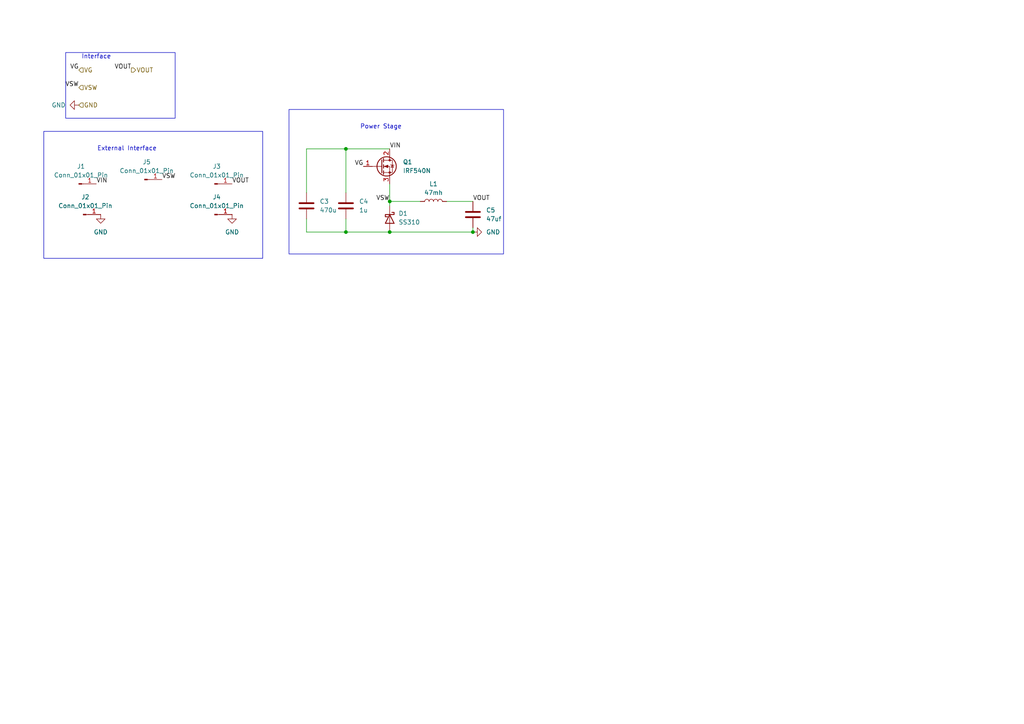
<source format=kicad_sch>
(kicad_sch
	(version 20250114)
	(generator "eeschema")
	(generator_version "9.0")
	(uuid "73b83623-4b36-429e-baf0-e4313a34d1f7")
	(paper "A4")
	(title_block
		(title "Lecture_Tutorial")
		(date "2025-02-20")
		(rev "R0")
		(company "AbdullahZafar")
	)
	(lib_symbols
		(symbol "Connector:Conn_01x01_Pin"
			(pin_names
				(offset 1.016)
				(hide yes)
			)
			(exclude_from_sim no)
			(in_bom yes)
			(on_board yes)
			(property "Reference" "J"
				(at 0 2.54 0)
				(effects
					(font
						(size 1.27 1.27)
					)
				)
			)
			(property "Value" "Conn_01x01_Pin"
				(at 0 -2.54 0)
				(effects
					(font
						(size 1.27 1.27)
					)
				)
			)
			(property "Footprint" ""
				(at 0 0 0)
				(effects
					(font
						(size 1.27 1.27)
					)
					(hide yes)
				)
			)
			(property "Datasheet" "~"
				(at 0 0 0)
				(effects
					(font
						(size 1.27 1.27)
					)
					(hide yes)
				)
			)
			(property "Description" "Generic connector, single row, 01x01, script generated"
				(at 0 0 0)
				(effects
					(font
						(size 1.27 1.27)
					)
					(hide yes)
				)
			)
			(property "ki_locked" ""
				(at 0 0 0)
				(effects
					(font
						(size 1.27 1.27)
					)
				)
			)
			(property "ki_keywords" "connector"
				(at 0 0 0)
				(effects
					(font
						(size 1.27 1.27)
					)
					(hide yes)
				)
			)
			(property "ki_fp_filters" "Connector*:*_1x??_*"
				(at 0 0 0)
				(effects
					(font
						(size 1.27 1.27)
					)
					(hide yes)
				)
			)
			(symbol "Conn_01x01_Pin_1_1"
				(rectangle
					(start 0.8636 0.127)
					(end 0 -0.127)
					(stroke
						(width 0.1524)
						(type default)
					)
					(fill
						(type outline)
					)
				)
				(polyline
					(pts
						(xy 1.27 0) (xy 0.8636 0)
					)
					(stroke
						(width 0.1524)
						(type default)
					)
					(fill
						(type none)
					)
				)
				(pin passive line
					(at 5.08 0 180)
					(length 3.81)
					(name "Pin_1"
						(effects
							(font
								(size 1.27 1.27)
							)
						)
					)
					(number "1"
						(effects
							(font
								(size 1.27 1.27)
							)
						)
					)
				)
			)
			(embedded_fonts no)
		)
		(symbol "Device:C"
			(pin_numbers
				(hide yes)
			)
			(pin_names
				(offset 0.254)
			)
			(exclude_from_sim no)
			(in_bom yes)
			(on_board yes)
			(property "Reference" "C"
				(at 0.635 2.54 0)
				(effects
					(font
						(size 1.27 1.27)
					)
					(justify left)
				)
			)
			(property "Value" "C"
				(at 0.635 -2.54 0)
				(effects
					(font
						(size 1.27 1.27)
					)
					(justify left)
				)
			)
			(property "Footprint" ""
				(at 0.9652 -3.81 0)
				(effects
					(font
						(size 1.27 1.27)
					)
					(hide yes)
				)
			)
			(property "Datasheet" "~"
				(at 0 0 0)
				(effects
					(font
						(size 1.27 1.27)
					)
					(hide yes)
				)
			)
			(property "Description" "Unpolarized capacitor"
				(at 0 0 0)
				(effects
					(font
						(size 1.27 1.27)
					)
					(hide yes)
				)
			)
			(property "ki_keywords" "cap capacitor"
				(at 0 0 0)
				(effects
					(font
						(size 1.27 1.27)
					)
					(hide yes)
				)
			)
			(property "ki_fp_filters" "C_*"
				(at 0 0 0)
				(effects
					(font
						(size 1.27 1.27)
					)
					(hide yes)
				)
			)
			(symbol "C_0_1"
				(polyline
					(pts
						(xy -2.032 0.762) (xy 2.032 0.762)
					)
					(stroke
						(width 0.508)
						(type default)
					)
					(fill
						(type none)
					)
				)
				(polyline
					(pts
						(xy -2.032 -0.762) (xy 2.032 -0.762)
					)
					(stroke
						(width 0.508)
						(type default)
					)
					(fill
						(type none)
					)
				)
			)
			(symbol "C_1_1"
				(pin passive line
					(at 0 3.81 270)
					(length 2.794)
					(name "~"
						(effects
							(font
								(size 1.27 1.27)
							)
						)
					)
					(number "1"
						(effects
							(font
								(size 1.27 1.27)
							)
						)
					)
				)
				(pin passive line
					(at 0 -3.81 90)
					(length 2.794)
					(name "~"
						(effects
							(font
								(size 1.27 1.27)
							)
						)
					)
					(number "2"
						(effects
							(font
								(size 1.27 1.27)
							)
						)
					)
				)
			)
			(embedded_fonts no)
		)
		(symbol "Device:L"
			(pin_numbers
				(hide yes)
			)
			(pin_names
				(offset 1.016)
				(hide yes)
			)
			(exclude_from_sim no)
			(in_bom yes)
			(on_board yes)
			(property "Reference" "L"
				(at -1.27 0 90)
				(effects
					(font
						(size 1.27 1.27)
					)
				)
			)
			(property "Value" "L"
				(at 1.905 0 90)
				(effects
					(font
						(size 1.27 1.27)
					)
				)
			)
			(property "Footprint" ""
				(at 0 0 0)
				(effects
					(font
						(size 1.27 1.27)
					)
					(hide yes)
				)
			)
			(property "Datasheet" "~"
				(at 0 0 0)
				(effects
					(font
						(size 1.27 1.27)
					)
					(hide yes)
				)
			)
			(property "Description" "Inductor"
				(at 0 0 0)
				(effects
					(font
						(size 1.27 1.27)
					)
					(hide yes)
				)
			)
			(property "ki_keywords" "inductor choke coil reactor magnetic"
				(at 0 0 0)
				(effects
					(font
						(size 1.27 1.27)
					)
					(hide yes)
				)
			)
			(property "ki_fp_filters" "Choke_* *Coil* Inductor_* L_*"
				(at 0 0 0)
				(effects
					(font
						(size 1.27 1.27)
					)
					(hide yes)
				)
			)
			(symbol "L_0_1"
				(arc
					(start 0 2.54)
					(mid 0.6323 1.905)
					(end 0 1.27)
					(stroke
						(width 0)
						(type default)
					)
					(fill
						(type none)
					)
				)
				(arc
					(start 0 1.27)
					(mid 0.6323 0.635)
					(end 0 0)
					(stroke
						(width 0)
						(type default)
					)
					(fill
						(type none)
					)
				)
				(arc
					(start 0 0)
					(mid 0.6323 -0.635)
					(end 0 -1.27)
					(stroke
						(width 0)
						(type default)
					)
					(fill
						(type none)
					)
				)
				(arc
					(start 0 -1.27)
					(mid 0.6323 -1.905)
					(end 0 -2.54)
					(stroke
						(width 0)
						(type default)
					)
					(fill
						(type none)
					)
				)
			)
			(symbol "L_1_1"
				(pin passive line
					(at 0 3.81 270)
					(length 1.27)
					(name "1"
						(effects
							(font
								(size 1.27 1.27)
							)
						)
					)
					(number "1"
						(effects
							(font
								(size 1.27 1.27)
							)
						)
					)
				)
				(pin passive line
					(at 0 -3.81 90)
					(length 1.27)
					(name "2"
						(effects
							(font
								(size 1.27 1.27)
							)
						)
					)
					(number "2"
						(effects
							(font
								(size 1.27 1.27)
							)
						)
					)
				)
			)
			(embedded_fonts no)
		)
		(symbol "Diode:SS310"
			(pin_numbers
				(hide yes)
			)
			(pin_names
				(offset 1.016)
				(hide yes)
			)
			(exclude_from_sim no)
			(in_bom yes)
			(on_board yes)
			(property "Reference" "D"
				(at 0 2.54 0)
				(effects
					(font
						(size 1.27 1.27)
					)
				)
			)
			(property "Value" "SS310"
				(at 0 -2.54 0)
				(effects
					(font
						(size 1.27 1.27)
					)
				)
			)
			(property "Footprint" "Diode_SMD:D_SMA"
				(at 0 -4.445 0)
				(effects
					(font
						(size 1.27 1.27)
					)
					(hide yes)
				)
			)
			(property "Datasheet" "https://www.microdiode.com/uploadfiles//PDF/SS32-THRU-SS3200-SMA.pdf"
				(at 0 0 0)
				(effects
					(font
						(size 1.27 1.27)
					)
					(hide yes)
				)
			)
			(property "Description" "100V 3A Schottky Diode, SMA"
				(at 0 0 0)
				(effects
					(font
						(size 1.27 1.27)
					)
					(hide yes)
				)
			)
			(property "ki_keywords" "diode Schottky"
				(at 0 0 0)
				(effects
					(font
						(size 1.27 1.27)
					)
					(hide yes)
				)
			)
			(property "ki_fp_filters" "D*SMA*"
				(at 0 0 0)
				(effects
					(font
						(size 1.27 1.27)
					)
					(hide yes)
				)
			)
			(symbol "SS310_0_1"
				(polyline
					(pts
						(xy -1.905 0.635) (xy -1.905 1.27) (xy -1.27 1.27) (xy -1.27 -1.27) (xy -0.635 -1.27) (xy -0.635 -0.635)
					)
					(stroke
						(width 0.254)
						(type default)
					)
					(fill
						(type none)
					)
				)
				(polyline
					(pts
						(xy 1.27 1.27) (xy 1.27 -1.27) (xy -1.27 0) (xy 1.27 1.27)
					)
					(stroke
						(width 0.254)
						(type default)
					)
					(fill
						(type none)
					)
				)
				(polyline
					(pts
						(xy 1.27 0) (xy -1.27 0)
					)
					(stroke
						(width 0)
						(type default)
					)
					(fill
						(type none)
					)
				)
			)
			(symbol "SS310_1_1"
				(pin passive line
					(at -3.81 0 0)
					(length 2.54)
					(name "K"
						(effects
							(font
								(size 1.27 1.27)
							)
						)
					)
					(number "1"
						(effects
							(font
								(size 1.27 1.27)
							)
						)
					)
				)
				(pin passive line
					(at 3.81 0 180)
					(length 2.54)
					(name "A"
						(effects
							(font
								(size 1.27 1.27)
							)
						)
					)
					(number "2"
						(effects
							(font
								(size 1.27 1.27)
							)
						)
					)
				)
			)
			(embedded_fonts no)
		)
		(symbol "Transistor_FET:IRF540N"
			(pin_names
				(hide yes)
			)
			(exclude_from_sim no)
			(in_bom yes)
			(on_board yes)
			(property "Reference" "Q"
				(at 5.08 1.905 0)
				(effects
					(font
						(size 1.27 1.27)
					)
					(justify left)
				)
			)
			(property "Value" "IRF540N"
				(at 5.08 0 0)
				(effects
					(font
						(size 1.27 1.27)
					)
					(justify left)
				)
			)
			(property "Footprint" "Package_TO_SOT_THT:TO-220-3_Vertical"
				(at 5.08 -1.905 0)
				(effects
					(font
						(size 1.27 1.27)
						(italic yes)
					)
					(justify left)
					(hide yes)
				)
			)
			(property "Datasheet" "http://www.irf.com/product-info/datasheets/data/irf540n.pdf"
				(at 5.08 -3.81 0)
				(effects
					(font
						(size 1.27 1.27)
					)
					(justify left)
					(hide yes)
				)
			)
			(property "Description" "33A Id, 100V Vds, HEXFET N-Channel MOSFET, TO-220"
				(at 0 0 0)
				(effects
					(font
						(size 1.27 1.27)
					)
					(hide yes)
				)
			)
			(property "ki_keywords" "HEXFET N-Channel MOSFET"
				(at 0 0 0)
				(effects
					(font
						(size 1.27 1.27)
					)
					(hide yes)
				)
			)
			(property "ki_fp_filters" "TO?220*"
				(at 0 0 0)
				(effects
					(font
						(size 1.27 1.27)
					)
					(hide yes)
				)
			)
			(symbol "IRF540N_0_1"
				(polyline
					(pts
						(xy 0.254 1.905) (xy 0.254 -1.905)
					)
					(stroke
						(width 0.254)
						(type default)
					)
					(fill
						(type none)
					)
				)
				(polyline
					(pts
						(xy 0.254 0) (xy -2.54 0)
					)
					(stroke
						(width 0)
						(type default)
					)
					(fill
						(type none)
					)
				)
				(polyline
					(pts
						(xy 0.762 2.286) (xy 0.762 1.27)
					)
					(stroke
						(width 0.254)
						(type default)
					)
					(fill
						(type none)
					)
				)
				(polyline
					(pts
						(xy 0.762 0.508) (xy 0.762 -0.508)
					)
					(stroke
						(width 0.254)
						(type default)
					)
					(fill
						(type none)
					)
				)
				(polyline
					(pts
						(xy 0.762 -1.27) (xy 0.762 -2.286)
					)
					(stroke
						(width 0.254)
						(type default)
					)
					(fill
						(type none)
					)
				)
				(polyline
					(pts
						(xy 0.762 -1.778) (xy 3.302 -1.778) (xy 3.302 1.778) (xy 0.762 1.778)
					)
					(stroke
						(width 0)
						(type default)
					)
					(fill
						(type none)
					)
				)
				(polyline
					(pts
						(xy 1.016 0) (xy 2.032 0.381) (xy 2.032 -0.381) (xy 1.016 0)
					)
					(stroke
						(width 0)
						(type default)
					)
					(fill
						(type outline)
					)
				)
				(circle
					(center 1.651 0)
					(radius 2.794)
					(stroke
						(width 0.254)
						(type default)
					)
					(fill
						(type none)
					)
				)
				(polyline
					(pts
						(xy 2.54 2.54) (xy 2.54 1.778)
					)
					(stroke
						(width 0)
						(type default)
					)
					(fill
						(type none)
					)
				)
				(circle
					(center 2.54 1.778)
					(radius 0.254)
					(stroke
						(width 0)
						(type default)
					)
					(fill
						(type outline)
					)
				)
				(circle
					(center 2.54 -1.778)
					(radius 0.254)
					(stroke
						(width 0)
						(type default)
					)
					(fill
						(type outline)
					)
				)
				(polyline
					(pts
						(xy 2.54 -2.54) (xy 2.54 0) (xy 0.762 0)
					)
					(stroke
						(width 0)
						(type default)
					)
					(fill
						(type none)
					)
				)
				(polyline
					(pts
						(xy 2.794 0.508) (xy 2.921 0.381) (xy 3.683 0.381) (xy 3.81 0.254)
					)
					(stroke
						(width 0)
						(type default)
					)
					(fill
						(type none)
					)
				)
				(polyline
					(pts
						(xy 3.302 0.381) (xy 2.921 -0.254) (xy 3.683 -0.254) (xy 3.302 0.381)
					)
					(stroke
						(width 0)
						(type default)
					)
					(fill
						(type none)
					)
				)
			)
			(symbol "IRF540N_1_1"
				(pin input line
					(at -5.08 0 0)
					(length 2.54)
					(name "G"
						(effects
							(font
								(size 1.27 1.27)
							)
						)
					)
					(number "1"
						(effects
							(font
								(size 1.27 1.27)
							)
						)
					)
				)
				(pin passive line
					(at 2.54 5.08 270)
					(length 2.54)
					(name "D"
						(effects
							(font
								(size 1.27 1.27)
							)
						)
					)
					(number "2"
						(effects
							(font
								(size 1.27 1.27)
							)
						)
					)
				)
				(pin passive line
					(at 2.54 -5.08 90)
					(length 2.54)
					(name "S"
						(effects
							(font
								(size 1.27 1.27)
							)
						)
					)
					(number "3"
						(effects
							(font
								(size 1.27 1.27)
							)
						)
					)
				)
			)
			(embedded_fonts no)
		)
		(symbol "power:GND"
			(power)
			(pin_numbers
				(hide yes)
			)
			(pin_names
				(offset 0)
				(hide yes)
			)
			(exclude_from_sim no)
			(in_bom yes)
			(on_board yes)
			(property "Reference" "#PWR"
				(at 0 -6.35 0)
				(effects
					(font
						(size 1.27 1.27)
					)
					(hide yes)
				)
			)
			(property "Value" "GND"
				(at 0 -3.81 0)
				(effects
					(font
						(size 1.27 1.27)
					)
				)
			)
			(property "Footprint" ""
				(at 0 0 0)
				(effects
					(font
						(size 1.27 1.27)
					)
					(hide yes)
				)
			)
			(property "Datasheet" ""
				(at 0 0 0)
				(effects
					(font
						(size 1.27 1.27)
					)
					(hide yes)
				)
			)
			(property "Description" "Power symbol creates a global label with name \"GND\" , ground"
				(at 0 0 0)
				(effects
					(font
						(size 1.27 1.27)
					)
					(hide yes)
				)
			)
			(property "ki_keywords" "global power"
				(at 0 0 0)
				(effects
					(font
						(size 1.27 1.27)
					)
					(hide yes)
				)
			)
			(symbol "GND_0_1"
				(polyline
					(pts
						(xy 0 0) (xy 0 -1.27) (xy 1.27 -1.27) (xy 0 -2.54) (xy -1.27 -1.27) (xy 0 -1.27)
					)
					(stroke
						(width 0)
						(type default)
					)
					(fill
						(type none)
					)
				)
			)
			(symbol "GND_1_1"
				(pin power_in line
					(at 0 0 270)
					(length 0)
					(name "~"
						(effects
							(font
								(size 1.27 1.27)
							)
						)
					)
					(number "1"
						(effects
							(font
								(size 1.27 1.27)
							)
						)
					)
				)
			)
			(embedded_fonts no)
		)
	)
	(rectangle
		(start 19.05 15.24)
		(end 50.8 34.29)
		(stroke
			(width 0)
			(type default)
		)
		(fill
			(type none)
		)
		(uuid 60794153-0bde-4658-bc86-1cab865f6b9e)
	)
	(rectangle
		(start 12.7 38.1)
		(end 76.2 74.93)
		(stroke
			(width 0)
			(type default)
		)
		(fill
			(type none)
		)
		(uuid 6336a878-c48f-49cc-8a45-e5711f246a01)
	)
	(rectangle
		(start 83.82 31.75)
		(end 146.05 73.66)
		(stroke
			(width 0)
			(type default)
		)
		(fill
			(type none)
		)
		(uuid ecf392ae-7a92-4907-a37b-6f5e5f794aad)
	)
	(text "Power Stage\n"
		(exclude_from_sim no)
		(at 110.49 36.83 0)
		(effects
			(font
				(size 1.27 1.27)
			)
		)
		(uuid "2c365e9f-bdbe-4d63-8858-4a5175a81152")
	)
	(text "Interface\n"
		(exclude_from_sim no)
		(at 27.94 16.51 0)
		(effects
			(font
				(size 1.27 1.27)
			)
		)
		(uuid "362c51ac-af46-4694-b336-29da28c7c2ed")
	)
	(text "External Interface\n"
		(exclude_from_sim no)
		(at 36.83 43.18 0)
		(effects
			(font
				(size 1.27 1.27)
			)
		)
		(uuid "a2748ff4-5e08-4817-b03d-a62d0450e3fb")
	)
	(junction
		(at 137.16 67.31)
		(diameter 0)
		(color 0 0 0 0)
		(uuid "292f153d-44c9-423e-ac5c-1de59ae7f0d1")
	)
	(junction
		(at 100.33 67.31)
		(diameter 0)
		(color 0 0 0 0)
		(uuid "45e4e90e-03d9-4517-9960-d8d1430006fb")
	)
	(junction
		(at 113.03 67.31)
		(diameter 0)
		(color 0 0 0 0)
		(uuid "c8e1868f-c37d-47ee-97ba-b02b67b67278")
	)
	(junction
		(at 100.33 43.18)
		(diameter 0)
		(color 0 0 0 0)
		(uuid "ca8a12da-dfd7-4ad6-8fc2-a67aeb14dc44")
	)
	(junction
		(at 113.03 58.42)
		(diameter 0)
		(color 0 0 0 0)
		(uuid "e29a1dc6-c686-47d5-aec0-2c634ea185cd")
	)
	(wire
		(pts
			(xy 88.9 63.5) (xy 88.9 67.31)
		)
		(stroke
			(width 0)
			(type default)
		)
		(uuid "271402c7-36b1-4dcd-97c6-b0bd653e1f28")
	)
	(wire
		(pts
			(xy 100.33 55.88) (xy 100.33 43.18)
		)
		(stroke
			(width 0)
			(type default)
		)
		(uuid "2aa00c05-9de2-474f-a639-34e1a996a462")
	)
	(wire
		(pts
			(xy 88.9 67.31) (xy 100.33 67.31)
		)
		(stroke
			(width 0)
			(type default)
		)
		(uuid "3c1a73d6-72ff-4a35-83a4-866893ac3607")
	)
	(wire
		(pts
			(xy 100.33 67.31) (xy 113.03 67.31)
		)
		(stroke
			(width 0)
			(type default)
		)
		(uuid "4719a482-6915-4b5c-b1ca-0cdd5d01d349")
	)
	(wire
		(pts
			(xy 113.03 67.31) (xy 137.16 67.31)
		)
		(stroke
			(width 0)
			(type default)
		)
		(uuid "6fcb5876-d721-4e9a-b33f-49a295ab62cd")
	)
	(wire
		(pts
			(xy 100.33 43.18) (xy 113.03 43.18)
		)
		(stroke
			(width 0)
			(type default)
		)
		(uuid "7a16ff72-8806-45bd-a55e-e03bba33d9b7")
	)
	(wire
		(pts
			(xy 129.54 58.42) (xy 137.16 58.42)
		)
		(stroke
			(width 0)
			(type default)
		)
		(uuid "8485b40d-b47c-4502-b26f-bef593fceb08")
	)
	(wire
		(pts
			(xy 88.9 55.88) (xy 88.9 43.18)
		)
		(stroke
			(width 0)
			(type default)
		)
		(uuid "9a33a67f-7d06-4d1d-abe9-3b8dbd44a25b")
	)
	(wire
		(pts
			(xy 100.33 63.5) (xy 100.33 67.31)
		)
		(stroke
			(width 0)
			(type default)
		)
		(uuid "a7ace45c-da8b-42d3-9dab-a73c9534e618")
	)
	(wire
		(pts
			(xy 137.16 67.31) (xy 137.16 66.04)
		)
		(stroke
			(width 0)
			(type default)
		)
		(uuid "b27d5544-0b6d-4196-813d-1f84bb10febd")
	)
	(wire
		(pts
			(xy 113.03 58.42) (xy 113.03 59.69)
		)
		(stroke
			(width 0)
			(type default)
		)
		(uuid "b324580d-269b-48d6-b81e-cee3e5c11d8a")
	)
	(wire
		(pts
			(xy 113.03 58.42) (xy 121.92 58.42)
		)
		(stroke
			(width 0)
			(type default)
		)
		(uuid "f53ec641-a823-4fd1-94b6-a0ef44347572")
	)
	(wire
		(pts
			(xy 88.9 43.18) (xy 100.33 43.18)
		)
		(stroke
			(width 0)
			(type default)
		)
		(uuid "fbe73937-d1a9-45a0-8c1c-3bea4d2255a8")
	)
	(wire
		(pts
			(xy 113.03 53.34) (xy 113.03 58.42)
		)
		(stroke
			(width 0)
			(type default)
		)
		(uuid "fe1cdd20-6f0c-477d-b6ed-d77245a2c479")
	)
	(label "VOUT"
		(at 137.16 58.42 0)
		(effects
			(font
				(size 1.27 1.27)
			)
			(justify left bottom)
		)
		(uuid "130217b5-15bd-44f7-a8b6-ebc22c257da8")
	)
	(label "VSW"
		(at 46.99 52.07 0)
		(effects
			(font
				(size 1.27 1.27)
			)
			(justify left bottom)
		)
		(uuid "1a1d53e8-9711-42e0-95d6-0e235ad925e7")
	)
	(label "VG"
		(at 105.41 48.26 180)
		(effects
			(font
				(size 1.27 1.27)
			)
			(justify right bottom)
		)
		(uuid "254fbd95-6faf-45b2-a891-fc5070284110")
	)
	(label "VOUT"
		(at 38.1 20.32 180)
		(effects
			(font
				(size 1.27 1.27)
			)
			(justify right bottom)
		)
		(uuid "2b4cb13e-6ffd-4d08-ac88-eca52f0d02e6")
	)
	(label "VIN"
		(at 27.94 53.34 0)
		(effects
			(font
				(size 1.27 1.27)
			)
			(justify left bottom)
		)
		(uuid "5afffc36-a3b5-4111-974a-81b26c6247d0")
	)
	(label "VSW"
		(at 113.03 58.42 180)
		(effects
			(font
				(size 1.27 1.27)
			)
			(justify right bottom)
		)
		(uuid "67ba9b20-eb13-4222-ae3a-c53bc98a59a2")
	)
	(label "VG"
		(at 22.86 20.32 180)
		(effects
			(font
				(size 1.27 1.27)
			)
			(justify right bottom)
		)
		(uuid "8caa16c9-7525-44da-b5de-c262b273edc5")
	)
	(label "VSW"
		(at 22.86 25.4 180)
		(effects
			(font
				(size 1.27 1.27)
			)
			(justify right bottom)
		)
		(uuid "bfd8d560-3661-4af2-bd5e-1e0557ce7404")
	)
	(label "VOUT"
		(at 67.31 53.34 0)
		(effects
			(font
				(size 1.27 1.27)
			)
			(justify left bottom)
		)
		(uuid "c02593c5-cc74-4402-a8ab-87c4a43866ae")
	)
	(label "VIN"
		(at 113.03 43.18 0)
		(effects
			(font
				(size 1.27 1.27)
			)
			(justify left bottom)
		)
		(uuid "dde78621-5749-47f6-9d6d-e97413f7c3e3")
	)
	(hierarchical_label "VOUT"
		(shape output)
		(at 38.1 20.32 0)
		(effects
			(font
				(size 1.27 1.27)
			)
			(justify left)
		)
		(uuid "143256b2-0745-4a22-9bae-90c8d193b5a8")
	)
	(hierarchical_label "VG"
		(shape input)
		(at 22.86 20.32 0)
		(effects
			(font
				(size 1.27 1.27)
			)
			(justify left)
		)
		(uuid "43aa1094-6670-49d9-b6cf-49465850ca5f")
	)
	(hierarchical_label "VSW"
		(shape input)
		(at 22.86 25.4 0)
		(effects
			(font
				(size 1.27 1.27)
			)
			(justify left)
		)
		(uuid "93b8213b-ec09-49a2-9455-1897d67492cd")
	)
	(hierarchical_label "GND"
		(shape input)
		(at 22.86 30.48 0)
		(effects
			(font
				(size 1.27 1.27)
			)
			(justify left)
		)
		(uuid "d964acfe-ae05-41e6-8742-1767b11aea67")
	)
	(symbol
		(lib_id "Device:C")
		(at 137.16 62.23 0)
		(unit 1)
		(exclude_from_sim no)
		(in_bom yes)
		(on_board yes)
		(dnp no)
		(fields_autoplaced yes)
		(uuid "1511c1a3-2fc0-41ea-a0cc-1c9ffe70eaf4")
		(property "Reference" "C5"
			(at 140.97 60.9599 0)
			(effects
				(font
					(size 1.27 1.27)
				)
				(justify left)
			)
		)
		(property "Value" "47uf"
			(at 140.97 63.4999 0)
			(effects
				(font
					(size 1.27 1.27)
				)
				(justify left)
			)
		)
		(property "Footprint" "Capacitor_THT:CP_Radial_D18.0mm_P7.50mm"
			(at 138.1252 66.04 0)
			(effects
				(font
					(size 1.27 1.27)
				)
				(hide yes)
			)
		)
		(property "Datasheet" "~"
			(at 137.16 62.23 0)
			(effects
				(font
					(size 1.27 1.27)
				)
				(hide yes)
			)
		)
		(property "Description" "Electrolytic Capacitor"
			(at 137.16 62.23 0)
			(effects
				(font
					(size 1.27 1.27)
				)
				(hide yes)
			)
		)
		(property "Part No." "EEU-FR1J470"
			(at 137.16 62.23 0)
			(effects
				(font
					(size 1.27 1.27)
				)
				(hide yes)
			)
		)
		(pin "1"
			(uuid "97d9ed5f-f1e7-4f89-b1ed-dd96503be16c")
		)
		(pin "2"
			(uuid "be944838-5b40-4c68-9b73-4d605ab7ff05")
		)
		(instances
			(project "PCB_Tutorial_Lect"
				(path "/a5e6a684-17c9-434a-acf7-c925557987b4/42efdf7f-6767-4f03-a2b7-2406e2d1eb6b"
					(reference "C5")
					(unit 1)
				)
			)
		)
	)
	(symbol
		(lib_id "power:GND")
		(at 22.86 30.48 270)
		(unit 1)
		(exclude_from_sim no)
		(in_bom yes)
		(on_board yes)
		(dnp no)
		(fields_autoplaced yes)
		(uuid "2aec3346-da6e-48b6-a464-a9e7fe94464e")
		(property "Reference" "#PWR038"
			(at 16.51 30.48 0)
			(effects
				(font
					(size 1.27 1.27)
				)
				(hide yes)
			)
		)
		(property "Value" "GND"
			(at 19.05 30.4799 90)
			(effects
				(font
					(size 1.27 1.27)
				)
				(justify right)
			)
		)
		(property "Footprint" ""
			(at 22.86 30.48 0)
			(effects
				(font
					(size 1.27 1.27)
				)
				(hide yes)
			)
		)
		(property "Datasheet" ""
			(at 22.86 30.48 0)
			(effects
				(font
					(size 1.27 1.27)
				)
				(hide yes)
			)
		)
		(property "Description" "Power symbol creates a global label with name \"GND\" , ground"
			(at 22.86 30.48 0)
			(effects
				(font
					(size 1.27 1.27)
				)
				(hide yes)
			)
		)
		(pin "1"
			(uuid "e66ba80c-363c-4239-a60d-7f8a80a2eac7")
		)
		(instances
			(project ""
				(path "/a5e6a684-17c9-434a-acf7-c925557987b4/42efdf7f-6767-4f03-a2b7-2406e2d1eb6b"
					(reference "#PWR038")
					(unit 1)
				)
			)
		)
	)
	(symbol
		(lib_id "Device:C")
		(at 100.33 59.69 0)
		(unit 1)
		(exclude_from_sim no)
		(in_bom yes)
		(on_board yes)
		(dnp no)
		(fields_autoplaced yes)
		(uuid "338acd79-04c2-450e-8861-675d8cc07a93")
		(property "Reference" "C4"
			(at 104.14 58.4199 0)
			(effects
				(font
					(size 1.27 1.27)
				)
				(justify left)
			)
		)
		(property "Value" "1u"
			(at 104.14 60.9599 0)
			(effects
				(font
					(size 1.27 1.27)
				)
				(justify left)
			)
		)
		(property "Footprint" "Capacitor_SMD:C_0805_2012Metric"
			(at 101.2952 63.5 0)
			(effects
				(font
					(size 1.27 1.27)
				)
				(hide yes)
			)
		)
		(property "Datasheet" "~"
			(at 100.33 59.69 0)
			(effects
				(font
					(size 1.27 1.27)
				)
				(hide yes)
			)
		)
		(property "Description" "Unpolarized capacitor"
			(at 100.33 59.69 0)
			(effects
				(font
					(size 1.27 1.27)
				)
				(hide yes)
			)
		)
		(property "Part No." "T58W9105M035C0500"
			(at 100.33 59.69 0)
			(effects
				(font
					(size 1.27 1.27)
				)
				(hide yes)
			)
		)
		(pin "1"
			(uuid "3ea7ed76-1d16-45f2-99b8-251acbd4f90c")
		)
		(pin "2"
			(uuid "7dd74a4c-1e00-4926-9f82-5e4afe74bb61")
		)
		(instances
			(project ""
				(path "/a5e6a684-17c9-434a-acf7-c925557987b4/42efdf7f-6767-4f03-a2b7-2406e2d1eb6b"
					(reference "C4")
					(unit 1)
				)
			)
		)
	)
	(symbol
		(lib_id "Device:L")
		(at 125.73 58.42 90)
		(unit 1)
		(exclude_from_sim no)
		(in_bom yes)
		(on_board yes)
		(dnp no)
		(fields_autoplaced yes)
		(uuid "3ce31bb1-7f60-4915-afa9-12e431a0f495")
		(property "Reference" "L1"
			(at 125.73 53.34 90)
			(effects
				(font
					(size 1.27 1.27)
				)
			)
		)
		(property "Value" "47mh"
			(at 125.73 55.88 90)
			(effects
				(font
					(size 1.27 1.27)
				)
			)
		)
		(property "Footprint" "5500R_566Kfootprints:5500R-566K_API"
			(at 125.73 58.42 0)
			(effects
				(font
					(size 1.27 1.27)
				)
				(hide yes)
			)
		)
		(property "Datasheet" "~"
			(at 125.73 58.42 0)
			(effects
				(font
					(size 1.27 1.27)
				)
				(hide yes)
			)
		)
		(property "Description" "Inductor"
			(at 125.73 58.42 0)
			(effects
				(font
					(size 1.27 1.27)
				)
				(hide yes)
			)
		)
		(property "Part No." "5500R-566K"
			(at 125.73 58.42 0)
			(effects
				(font
					(size 1.27 1.27)
				)
				(hide yes)
			)
		)
		(pin "1"
			(uuid "ecc6d44f-1e7d-489d-bc30-7a603287d232")
		)
		(pin "2"
			(uuid "32049fb4-07cb-4bdd-86c7-1d13e46881b4")
		)
		(instances
			(project "PCB_Tutorial_Lect"
				(path "/a5e6a684-17c9-434a-acf7-c925557987b4/42efdf7f-6767-4f03-a2b7-2406e2d1eb6b"
					(reference "L1")
					(unit 1)
				)
			)
		)
	)
	(symbol
		(lib_id "Connector:Conn_01x01_Pin")
		(at 62.23 62.23 0)
		(unit 1)
		(exclude_from_sim no)
		(in_bom yes)
		(on_board yes)
		(dnp no)
		(fields_autoplaced yes)
		(uuid "49ffcad5-5a3c-42ae-9bcb-d97d3b30e0e3")
		(property "Reference" "J4"
			(at 62.865 57.15 0)
			(effects
				(font
					(size 1.27 1.27)
				)
			)
		)
		(property "Value" "Conn_01x01_Pin"
			(at 62.865 59.69 0)
			(effects
				(font
					(size 1.27 1.27)
				)
			)
		)
		(property "Footprint" "Connector:Banana_Jack_1Pin"
			(at 62.23 62.23 0)
			(effects
				(font
					(size 1.27 1.27)
				)
				(hide yes)
			)
		)
		(property "Datasheet" "~"
			(at 62.23 62.23 0)
			(effects
				(font
					(size 1.27 1.27)
				)
				(hide yes)
			)
		)
		(property "Description" "Generic connector, single row, 01x01, script generated"
			(at 62.23 62.23 0)
			(effects
				(font
					(size 1.27 1.27)
				)
				(hide yes)
			)
		)
		(property "Part No." "BU-P72930-2"
			(at 62.23 62.23 0)
			(effects
				(font
					(size 1.27 1.27)
				)
				(hide yes)
			)
		)
		(pin "1"
			(uuid "edf2db39-508d-4f69-a55a-d2b8bab4aee7")
		)
		(instances
			(project "PCB_Tutorial_Lect"
				(path "/a5e6a684-17c9-434a-acf7-c925557987b4/42efdf7f-6767-4f03-a2b7-2406e2d1eb6b"
					(reference "J4")
					(unit 1)
				)
			)
		)
	)
	(symbol
		(lib_id "Diode:SS310")
		(at 113.03 63.5 270)
		(unit 1)
		(exclude_from_sim no)
		(in_bom yes)
		(on_board yes)
		(dnp no)
		(fields_autoplaced yes)
		(uuid "6e81c85b-266a-4301-bcd5-13b8571df5fb")
		(property "Reference" "D1"
			(at 115.57 61.9124 90)
			(effects
				(font
					(size 1.27 1.27)
				)
				(justify left)
			)
		)
		(property "Value" "SS310"
			(at 115.57 64.4524 90)
			(effects
				(font
					(size 1.27 1.27)
				)
				(justify left)
			)
		)
		(property "Footprint" "Diode_SMD:D_SMA"
			(at 108.585 63.5 0)
			(effects
				(font
					(size 1.27 1.27)
				)
				(hide yes)
			)
		)
		(property "Datasheet" "https://www.microdiode.com/uploadfiles//PDF/SS32-THRU-SS3200-SMA.pdf"
			(at 113.03 63.5 0)
			(effects
				(font
					(size 1.27 1.27)
				)
				(hide yes)
			)
		)
		(property "Description" "100V 3A Schottky Diode, SMA"
			(at 113.03 63.5 0)
			(effects
				(font
					(size 1.27 1.27)
				)
				(hide yes)
			)
		)
		(property "Part No." "SS310"
			(at 113.03 63.5 0)
			(effects
				(font
					(size 1.27 1.27)
				)
				(hide yes)
			)
		)
		(pin "1"
			(uuid "f3ef495c-cb8d-4d76-acc0-05e15d520eca")
		)
		(pin "2"
			(uuid "20477bee-3f56-4aec-9cdd-e5bf664b9086")
		)
		(instances
			(project ""
				(path "/a5e6a684-17c9-434a-acf7-c925557987b4/42efdf7f-6767-4f03-a2b7-2406e2d1eb6b"
					(reference "D1")
					(unit 1)
				)
			)
		)
	)
	(symbol
		(lib_id "Connector:Conn_01x01_Pin")
		(at 22.86 53.34 0)
		(unit 1)
		(exclude_from_sim no)
		(in_bom yes)
		(on_board yes)
		(dnp no)
		(fields_autoplaced yes)
		(uuid "7577960b-344a-4933-96d5-04c9dc9c9697")
		(property "Reference" "J1"
			(at 23.495 48.26 0)
			(effects
				(font
					(size 1.27 1.27)
				)
			)
		)
		(property "Value" "Conn_01x01_Pin"
			(at 23.495 50.8 0)
			(effects
				(font
					(size 1.27 1.27)
				)
			)
		)
		(property "Footprint" "Connector:Banana_Jack_1Pin"
			(at 22.86 53.34 0)
			(effects
				(font
					(size 1.27 1.27)
				)
				(hide yes)
			)
		)
		(property "Datasheet" "~"
			(at 22.86 53.34 0)
			(effects
				(font
					(size 1.27 1.27)
				)
				(hide yes)
			)
		)
		(property "Description" "Generic connector, single row, 01x01, script generated"
			(at 22.86 53.34 0)
			(effects
				(font
					(size 1.27 1.27)
				)
				(hide yes)
			)
		)
		(property "Part No." "BU-P72930-2"
			(at 22.86 53.34 0)
			(effects
				(font
					(size 1.27 1.27)
				)
				(hide yes)
			)
		)
		(pin "1"
			(uuid "29ff9e4b-08ce-40a8-8d0d-9b341614a633")
		)
		(instances
			(project ""
				(path "/a5e6a684-17c9-434a-acf7-c925557987b4/42efdf7f-6767-4f03-a2b7-2406e2d1eb6b"
					(reference "J1")
					(unit 1)
				)
			)
		)
	)
	(symbol
		(lib_id "Connector:Conn_01x01_Pin")
		(at 41.91 52.07 0)
		(unit 1)
		(exclude_from_sim no)
		(in_bom yes)
		(on_board yes)
		(dnp no)
		(fields_autoplaced yes)
		(uuid "83646783-9247-4d36-8ba8-14da317a3824")
		(property "Reference" "J5"
			(at 42.545 46.99 0)
			(effects
				(font
					(size 1.27 1.27)
				)
			)
		)
		(property "Value" "Conn_01x01_Pin"
			(at 42.545 49.53 0)
			(effects
				(font
					(size 1.27 1.27)
				)
			)
		)
		(property "Footprint" "Connector:Banana_Jack_1Pin"
			(at 41.91 52.07 0)
			(effects
				(font
					(size 1.27 1.27)
				)
				(hide yes)
			)
		)
		(property "Datasheet" "~"
			(at 41.91 52.07 0)
			(effects
				(font
					(size 1.27 1.27)
				)
				(hide yes)
			)
		)
		(property "Description" "Generic connector, single row, 01x01, script generated"
			(at 41.91 52.07 0)
			(effects
				(font
					(size 1.27 1.27)
				)
				(hide yes)
			)
		)
		(property "Part No." "BU-P72930-2"
			(at 41.91 52.07 0)
			(effects
				(font
					(size 1.27 1.27)
				)
				(hide yes)
			)
		)
		(pin "1"
			(uuid "c5799616-3694-4f0d-b886-563e0fdce260")
		)
		(instances
			(project "PCB_Tutorial_Lect"
				(path "/a5e6a684-17c9-434a-acf7-c925557987b4/42efdf7f-6767-4f03-a2b7-2406e2d1eb6b"
					(reference "J5")
					(unit 1)
				)
			)
		)
	)
	(symbol
		(lib_id "power:GND")
		(at 29.21 62.23 0)
		(unit 1)
		(exclude_from_sim no)
		(in_bom yes)
		(on_board yes)
		(dnp no)
		(fields_autoplaced yes)
		(uuid "9b83d495-2787-4cd0-8f91-5d29d7cef46b")
		(property "Reference" "#PWR039"
			(at 29.21 68.58 0)
			(effects
				(font
					(size 1.27 1.27)
				)
				(hide yes)
			)
		)
		(property "Value" "GND"
			(at 29.21 67.31 0)
			(effects
				(font
					(size 1.27 1.27)
				)
			)
		)
		(property "Footprint" ""
			(at 29.21 62.23 0)
			(effects
				(font
					(size 1.27 1.27)
				)
				(hide yes)
			)
		)
		(property "Datasheet" ""
			(at 29.21 62.23 0)
			(effects
				(font
					(size 1.27 1.27)
				)
				(hide yes)
			)
		)
		(property "Description" "Power symbol creates a global label with name \"GND\" , ground"
			(at 29.21 62.23 0)
			(effects
				(font
					(size 1.27 1.27)
				)
				(hide yes)
			)
		)
		(pin "1"
			(uuid "2ca61b6d-4d05-459f-814b-ea5f77d0fabd")
		)
		(instances
			(project "PCB_Tutorial_Lect"
				(path "/a5e6a684-17c9-434a-acf7-c925557987b4/42efdf7f-6767-4f03-a2b7-2406e2d1eb6b"
					(reference "#PWR039")
					(unit 1)
				)
			)
		)
	)
	(symbol
		(lib_id "power:GND")
		(at 137.16 67.31 90)
		(unit 1)
		(exclude_from_sim no)
		(in_bom yes)
		(on_board yes)
		(dnp no)
		(fields_autoplaced yes)
		(uuid "a4164735-90a9-4568-943f-a624394a247d")
		(property "Reference" "#PWR056"
			(at 143.51 67.31 0)
			(effects
				(font
					(size 1.27 1.27)
				)
				(hide yes)
			)
		)
		(property "Value" "GND"
			(at 140.97 67.3099 90)
			(effects
				(font
					(size 1.27 1.27)
				)
				(justify right)
			)
		)
		(property "Footprint" ""
			(at 137.16 67.31 0)
			(effects
				(font
					(size 1.27 1.27)
				)
				(hide yes)
			)
		)
		(property "Datasheet" ""
			(at 137.16 67.31 0)
			(effects
				(font
					(size 1.27 1.27)
				)
				(hide yes)
			)
		)
		(property "Description" "Power symbol creates a global label with name \"GND\" , ground"
			(at 137.16 67.31 0)
			(effects
				(font
					(size 1.27 1.27)
				)
				(hide yes)
			)
		)
		(pin "1"
			(uuid "1049cea8-2435-4d4f-a659-0c61c2790f66")
		)
		(instances
			(project ""
				(path "/a5e6a684-17c9-434a-acf7-c925557987b4/42efdf7f-6767-4f03-a2b7-2406e2d1eb6b"
					(reference "#PWR056")
					(unit 1)
				)
			)
		)
	)
	(symbol
		(lib_id "power:GND")
		(at 67.31 62.23 0)
		(unit 1)
		(exclude_from_sim no)
		(in_bom yes)
		(on_board yes)
		(dnp no)
		(fields_autoplaced yes)
		(uuid "a42c9a9e-951a-4b9b-bdd5-549c236e7c35")
		(property "Reference" "#PWR040"
			(at 67.31 68.58 0)
			(effects
				(font
					(size 1.27 1.27)
				)
				(hide yes)
			)
		)
		(property "Value" "GND"
			(at 67.31 67.31 0)
			(effects
				(font
					(size 1.27 1.27)
				)
			)
		)
		(property "Footprint" ""
			(at 67.31 62.23 0)
			(effects
				(font
					(size 1.27 1.27)
				)
				(hide yes)
			)
		)
		(property "Datasheet" ""
			(at 67.31 62.23 0)
			(effects
				(font
					(size 1.27 1.27)
				)
				(hide yes)
			)
		)
		(property "Description" "Power symbol creates a global label with name \"GND\" , ground"
			(at 67.31 62.23 0)
			(effects
				(font
					(size 1.27 1.27)
				)
				(hide yes)
			)
		)
		(pin "1"
			(uuid "0a0db211-4bbc-4978-85cc-d5a722949d8c")
		)
		(instances
			(project "PCB_Tutorial_Lect"
				(path "/a5e6a684-17c9-434a-acf7-c925557987b4/42efdf7f-6767-4f03-a2b7-2406e2d1eb6b"
					(reference "#PWR040")
					(unit 1)
				)
			)
		)
	)
	(symbol
		(lib_id "Connector:Conn_01x01_Pin")
		(at 24.13 62.23 0)
		(unit 1)
		(exclude_from_sim no)
		(in_bom yes)
		(on_board yes)
		(dnp no)
		(fields_autoplaced yes)
		(uuid "a509eeeb-579a-4b9b-8957-962129ed770f")
		(property "Reference" "J2"
			(at 24.765 57.15 0)
			(effects
				(font
					(size 1.27 1.27)
				)
			)
		)
		(property "Value" "Conn_01x01_Pin"
			(at 24.765 59.69 0)
			(effects
				(font
					(size 1.27 1.27)
				)
			)
		)
		(property "Footprint" "Connector:Banana_Jack_1Pin"
			(at 24.13 62.23 0)
			(effects
				(font
					(size 1.27 1.27)
				)
				(hide yes)
			)
		)
		(property "Datasheet" "~"
			(at 24.13 62.23 0)
			(effects
				(font
					(size 1.27 1.27)
				)
				(hide yes)
			)
		)
		(property "Description" "Generic connector, single row, 01x01, script generated"
			(at 24.13 62.23 0)
			(effects
				(font
					(size 1.27 1.27)
				)
				(hide yes)
			)
		)
		(property "Part No." "BU-P72930-2"
			(at 24.13 62.23 0)
			(effects
				(font
					(size 1.27 1.27)
				)
				(hide yes)
			)
		)
		(pin "1"
			(uuid "b023d04e-3b0c-4c3a-8f29-f30834c744eb")
		)
		(instances
			(project "PCB_Tutorial_Lect"
				(path "/a5e6a684-17c9-434a-acf7-c925557987b4/42efdf7f-6767-4f03-a2b7-2406e2d1eb6b"
					(reference "J2")
					(unit 1)
				)
			)
		)
	)
	(symbol
		(lib_id "Connector:Conn_01x01_Pin")
		(at 62.23 53.34 0)
		(unit 1)
		(exclude_from_sim no)
		(in_bom yes)
		(on_board yes)
		(dnp no)
		(fields_autoplaced yes)
		(uuid "aad9f6d4-2fe5-4dcb-98ee-d000dd93842e")
		(property "Reference" "J3"
			(at 62.865 48.26 0)
			(effects
				(font
					(size 1.27 1.27)
				)
			)
		)
		(property "Value" "Conn_01x01_Pin"
			(at 62.865 50.8 0)
			(effects
				(font
					(size 1.27 1.27)
				)
			)
		)
		(property "Footprint" "Connector:Banana_Jack_1Pin"
			(at 62.23 53.34 0)
			(effects
				(font
					(size 1.27 1.27)
				)
				(hide yes)
			)
		)
		(property "Datasheet" "~"
			(at 62.23 53.34 0)
			(effects
				(font
					(size 1.27 1.27)
				)
				(hide yes)
			)
		)
		(property "Description" "Generic connector, single row, 01x01, script generated"
			(at 62.23 53.34 0)
			(effects
				(font
					(size 1.27 1.27)
				)
				(hide yes)
			)
		)
		(property "Part No." "BU-P72930-2"
			(at 62.23 53.34 0)
			(effects
				(font
					(size 1.27 1.27)
				)
				(hide yes)
			)
		)
		(pin "1"
			(uuid "74e9052a-4162-4795-b6a1-cd467926abc7")
		)
		(instances
			(project "PCB_Tutorial_Lect"
				(path "/a5e6a684-17c9-434a-acf7-c925557987b4/42efdf7f-6767-4f03-a2b7-2406e2d1eb6b"
					(reference "J3")
					(unit 1)
				)
			)
		)
	)
	(symbol
		(lib_id "Transistor_FET:IRF540N")
		(at 110.49 48.26 0)
		(unit 1)
		(exclude_from_sim no)
		(in_bom yes)
		(on_board yes)
		(dnp no)
		(fields_autoplaced yes)
		(uuid "bc7fd480-7f65-403c-a10e-8cc782e7ae8f")
		(property "Reference" "Q1"
			(at 116.84 46.9899 0)
			(effects
				(font
					(size 1.27 1.27)
				)
				(justify left)
			)
		)
		(property "Value" "IRF540N"
			(at 116.84 49.5299 0)
			(effects
				(font
					(size 1.27 1.27)
				)
				(justify left)
			)
		)
		(property "Footprint" "Package_TO_SOT_THT:TO-220-3_Vertical"
			(at 115.57 50.165 0)
			(effects
				(font
					(size 1.27 1.27)
					(italic yes)
				)
				(justify left)
				(hide yes)
			)
		)
		(property "Datasheet" "http://www.irf.com/product-info/datasheets/data/irf540n.pdf"
			(at 115.57 52.07 0)
			(effects
				(font
					(size 1.27 1.27)
				)
				(justify left)
				(hide yes)
			)
		)
		(property "Description" "33A Id, 100V Vds, HEXFET N-Channel MOSFET, TO-220"
			(at 110.49 48.26 0)
			(effects
				(font
					(size 1.27 1.27)
				)
				(hide yes)
			)
		)
		(property "Part No." "IRF540N"
			(at 110.49 48.26 0)
			(effects
				(font
					(size 1.27 1.27)
				)
				(hide yes)
			)
		)
		(pin "2"
			(uuid "bfb27498-93f1-4b9a-8768-7c616e4b2573")
		)
		(pin "1"
			(uuid "060acf77-c3b5-4007-9363-b4742bab6ac1")
		)
		(pin "3"
			(uuid "33257c9a-e9fb-41eb-926f-fc3b80839208")
		)
		(instances
			(project ""
				(path "/a5e6a684-17c9-434a-acf7-c925557987b4/42efdf7f-6767-4f03-a2b7-2406e2d1eb6b"
					(reference "Q1")
					(unit 1)
				)
			)
		)
	)
	(symbol
		(lib_id "Device:C")
		(at 88.9 59.69 0)
		(unit 1)
		(exclude_from_sim no)
		(in_bom yes)
		(on_board yes)
		(dnp no)
		(fields_autoplaced yes)
		(uuid "d81dbe37-ddf6-4986-a25c-410f94764fc3")
		(property "Reference" "C3"
			(at 92.71 58.4199 0)
			(effects
				(font
					(size 1.27 1.27)
				)
				(justify left)
			)
		)
		(property "Value" "470u"
			(at 92.71 60.9599 0)
			(effects
				(font
					(size 1.27 1.27)
				)
				(justify left)
			)
		)
		(property "Footprint" "Capacitor_THT:CP_Radial_D18.0mm_P7.50mm"
			(at 89.8652 63.5 0)
			(effects
				(font
					(size 1.27 1.27)
				)
				(hide yes)
			)
		)
		(property "Datasheet" "~"
			(at 88.9 59.69 0)
			(effects
				(font
					(size 1.27 1.27)
				)
				(hide yes)
			)
		)
		(property "Description" "Electrolytic Capacitor"
			(at 88.9 59.69 0)
			(effects
				(font
					(size 1.27 1.27)
				)
				(hide yes)
			)
		)
		(property "Part No." "100ZLH470MEFC16X31.5"
			(at 88.9 59.69 0)
			(effects
				(font
					(size 1.27 1.27)
				)
				(hide yes)
			)
		)
		(pin "1"
			(uuid "054735d2-d2f6-47b7-9b81-27fbba3c716d")
		)
		(pin "2"
			(uuid "ca7f79f0-5ea9-4d66-abf3-2294c39a2ba1")
		)
		(instances
			(project ""
				(path "/a5e6a684-17c9-434a-acf7-c925557987b4/42efdf7f-6767-4f03-a2b7-2406e2d1eb6b"
					(reference "C3")
					(unit 1)
				)
			)
		)
	)
)

</source>
